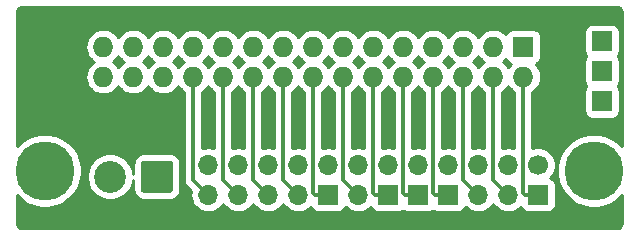
<source format=gtl>
G04 #@! TF.GenerationSoftware,KiCad,Pcbnew,(5.1.4-0-10_14)*
G04 #@! TF.CreationDate,2019-10-04T00:01:10+03:00*
G04 #@! TF.ProjectId,RibbonCable_MB_BreakdownBoard_pt,52696262-6f6e-4436-9162-6c655f4d425f,rev?*
G04 #@! TF.SameCoordinates,Original*
G04 #@! TF.FileFunction,Copper,L1,Top*
G04 #@! TF.FilePolarity,Positive*
%FSLAX46Y46*%
G04 Gerber Fmt 4.6, Leading zero omitted, Abs format (unit mm)*
G04 Created by KiCad (PCBNEW (5.1.4-0-10_14)) date 2019-10-04 00:01:10*
%MOMM*%
%LPD*%
G04 APERTURE LIST*
%ADD10R,1.700000X1.700000*%
%ADD11C,5.000000*%
%ADD12C,2.700000*%
%ADD13C,0.150000*%
%ADD14O,1.700000X1.700000*%
%ADD15C,1.700000*%
%ADD16O,1.727200X1.727200*%
%ADD17R,1.727200X1.727200*%
%ADD18C,0.300000*%
%ADD19C,0.254000*%
G04 APERTURE END LIST*
D10*
X160682330Y-78613693D03*
X160682330Y-76073693D03*
X160682330Y-73533693D03*
D11*
X113500000Y-84500000D03*
X160000000Y-84500000D03*
D12*
X119040000Y-85000000D03*
D13*
G36*
X124124503Y-83651204D02*
G01*
X124148772Y-83654804D01*
X124172570Y-83660765D01*
X124195670Y-83669030D01*
X124217849Y-83679520D01*
X124238892Y-83692133D01*
X124258598Y-83706748D01*
X124276776Y-83723224D01*
X124293252Y-83741402D01*
X124307867Y-83761108D01*
X124320480Y-83782151D01*
X124330970Y-83804330D01*
X124339235Y-83827430D01*
X124345196Y-83851228D01*
X124348796Y-83875497D01*
X124350000Y-83900001D01*
X124350000Y-86099999D01*
X124348796Y-86124503D01*
X124345196Y-86148772D01*
X124339235Y-86172570D01*
X124330970Y-86195670D01*
X124320480Y-86217849D01*
X124307867Y-86238892D01*
X124293252Y-86258598D01*
X124276776Y-86276776D01*
X124258598Y-86293252D01*
X124238892Y-86307867D01*
X124217849Y-86320480D01*
X124195670Y-86330970D01*
X124172570Y-86339235D01*
X124148772Y-86345196D01*
X124124503Y-86348796D01*
X124099999Y-86350000D01*
X121900001Y-86350000D01*
X121875497Y-86348796D01*
X121851228Y-86345196D01*
X121827430Y-86339235D01*
X121804330Y-86330970D01*
X121782151Y-86320480D01*
X121761108Y-86307867D01*
X121741402Y-86293252D01*
X121723224Y-86276776D01*
X121706748Y-86258598D01*
X121692133Y-86238892D01*
X121679520Y-86217849D01*
X121669030Y-86195670D01*
X121660765Y-86172570D01*
X121654804Y-86148772D01*
X121651204Y-86124503D01*
X121650000Y-86099999D01*
X121650000Y-83900001D01*
X121651204Y-83875497D01*
X121654804Y-83851228D01*
X121660765Y-83827430D01*
X121669030Y-83804330D01*
X121679520Y-83782151D01*
X121692133Y-83761108D01*
X121706748Y-83741402D01*
X121723224Y-83723224D01*
X121741402Y-83706748D01*
X121761108Y-83692133D01*
X121782151Y-83679520D01*
X121804330Y-83669030D01*
X121827430Y-83660765D01*
X121851228Y-83654804D01*
X121875497Y-83651204D01*
X121900001Y-83650000D01*
X124099999Y-83650000D01*
X124124503Y-83651204D01*
X124124503Y-83651204D01*
G37*
D12*
X123000000Y-85000000D03*
D14*
X127330000Y-86540000D03*
X127330000Y-84000000D03*
X129870000Y-86540000D03*
X129870000Y-84000000D03*
X132410000Y-86540000D03*
X132410000Y-84000000D03*
X134950000Y-86540000D03*
X134950000Y-84000000D03*
D10*
X137490000Y-86540000D03*
D14*
X137490000Y-84000000D03*
X140030000Y-86540000D03*
X140030000Y-84000000D03*
D10*
X142570000Y-86540000D03*
D14*
X142570000Y-84000000D03*
D10*
X145110000Y-86540000D03*
D14*
X145110000Y-84000000D03*
D10*
X147650000Y-86540000D03*
D14*
X147650000Y-84000000D03*
X150190000Y-86540000D03*
X150190000Y-84000000D03*
X152730000Y-86540000D03*
X152730000Y-84000000D03*
D10*
X155270000Y-86540000D03*
D15*
X155270000Y-84000000D03*
D16*
X118440000Y-76540000D03*
X118440000Y-74000000D03*
X120980000Y-76540000D03*
X120980000Y-74000000D03*
X123520000Y-76540000D03*
X123520000Y-74000000D03*
X126060000Y-76540000D03*
X126060000Y-74000000D03*
X128600000Y-76540000D03*
X128600000Y-74000000D03*
X131140000Y-76540000D03*
X131140000Y-74000000D03*
X133680000Y-76540000D03*
X133680000Y-74000000D03*
X136220000Y-76540000D03*
X136220000Y-74000000D03*
X138760000Y-76540000D03*
X138760000Y-74000000D03*
X141300000Y-76540000D03*
X141300000Y-74000000D03*
X143840000Y-76540000D03*
X143840000Y-74000000D03*
X146380000Y-76540000D03*
X146380000Y-74000000D03*
X148920000Y-76540000D03*
X148920000Y-74000000D03*
X151460000Y-76540000D03*
X151460000Y-74000000D03*
X154000000Y-76540000D03*
D17*
X154000000Y-74000000D03*
D18*
X126060000Y-85270000D02*
X127330000Y-86540000D01*
X126060000Y-76540000D02*
X126060000Y-85270000D01*
X128600000Y-85270000D02*
X129870000Y-86540000D01*
X128600000Y-76540000D02*
X128600000Y-85270000D01*
X131140000Y-85270000D02*
X132410000Y-86540000D01*
X131140000Y-76540000D02*
X131140000Y-85270000D01*
X133680000Y-85270000D02*
X134950000Y-86540000D01*
X133680000Y-76540000D02*
X133680000Y-85270000D01*
X136340000Y-86540000D02*
X137490000Y-86540000D01*
X136220000Y-86420000D02*
X136340000Y-86540000D01*
X136220000Y-76540000D02*
X136220000Y-86420000D01*
X138760000Y-85270000D02*
X140030000Y-86540000D01*
X138760000Y-76540000D02*
X138760000Y-85270000D01*
X143960000Y-86540000D02*
X145110000Y-86540000D01*
X143840000Y-86420000D02*
X143960000Y-86540000D01*
X143840000Y-76540000D02*
X143840000Y-86420000D01*
X146500000Y-86540000D02*
X147650000Y-86540000D01*
X146380000Y-86420000D02*
X146500000Y-86540000D01*
X146380000Y-76540000D02*
X146380000Y-86420000D01*
X148920000Y-85270000D02*
X150190000Y-86540000D01*
X148920000Y-76540000D02*
X148920000Y-85270000D01*
X151460000Y-85270000D02*
X152730000Y-86540000D01*
X151460000Y-76540000D02*
X151460000Y-85270000D01*
X154120000Y-86540000D02*
X155270000Y-86540000D01*
X154000000Y-86420000D02*
X154120000Y-86540000D01*
X154000000Y-76540000D02*
X154000000Y-86420000D01*
X141420000Y-86540000D02*
X142570000Y-86540000D01*
X141300000Y-86420000D02*
X141420000Y-86540000D01*
X141300000Y-76540000D02*
X141300000Y-86420000D01*
D19*
G36*
X162065424Y-70669580D02*
G01*
X162128356Y-70688580D01*
X162186405Y-70719445D01*
X162237343Y-70760989D01*
X162279248Y-70811644D01*
X162310515Y-70869471D01*
X162329956Y-70932272D01*
X162340000Y-71027835D01*
X162340001Y-82406441D01*
X161998446Y-82064886D01*
X161484979Y-81721799D01*
X160914446Y-81485476D01*
X160308771Y-81365000D01*
X159691229Y-81365000D01*
X159085554Y-81485476D01*
X158515021Y-81721799D01*
X158001554Y-82064886D01*
X157564886Y-82501554D01*
X157221799Y-83015021D01*
X156985476Y-83585554D01*
X156865000Y-84191229D01*
X156865000Y-84808771D01*
X156985476Y-85414446D01*
X157221799Y-85984979D01*
X157564886Y-86498446D01*
X158001554Y-86935114D01*
X158515021Y-87278201D01*
X159085554Y-87514524D01*
X159691229Y-87635000D01*
X160308771Y-87635000D01*
X160914446Y-87514524D01*
X161484979Y-87278201D01*
X161998446Y-86935114D01*
X162340001Y-86593559D01*
X162340001Y-88967711D01*
X162330420Y-89065424D01*
X162311420Y-89128357D01*
X162280554Y-89186406D01*
X162239011Y-89237343D01*
X162188356Y-89279248D01*
X162130529Y-89310515D01*
X162067728Y-89329956D01*
X161972165Y-89340000D01*
X111532279Y-89340000D01*
X111434576Y-89330420D01*
X111371643Y-89311420D01*
X111313594Y-89280554D01*
X111262657Y-89239011D01*
X111220752Y-89188356D01*
X111189485Y-89130529D01*
X111170044Y-89067728D01*
X111160000Y-88972165D01*
X111160000Y-86593560D01*
X111501554Y-86935114D01*
X112015021Y-87278201D01*
X112585554Y-87514524D01*
X113191229Y-87635000D01*
X113808771Y-87635000D01*
X114414446Y-87514524D01*
X114984979Y-87278201D01*
X115498446Y-86935114D01*
X115935114Y-86498446D01*
X116278201Y-85984979D01*
X116514524Y-85414446D01*
X116635000Y-84808771D01*
X116635000Y-84804495D01*
X117055000Y-84804495D01*
X117055000Y-85195505D01*
X117131282Y-85579003D01*
X117280915Y-85940250D01*
X117498149Y-86265364D01*
X117774636Y-86541851D01*
X118099750Y-86759085D01*
X118460997Y-86908718D01*
X118844495Y-86985000D01*
X119235505Y-86985000D01*
X119619003Y-86908718D01*
X119980250Y-86759085D01*
X120305364Y-86541851D01*
X120581851Y-86265364D01*
X120799085Y-85940250D01*
X120948718Y-85579003D01*
X121011928Y-85261223D01*
X121011928Y-86099999D01*
X121028992Y-86273253D01*
X121079529Y-86439850D01*
X121161595Y-86593386D01*
X121272039Y-86727961D01*
X121406614Y-86838405D01*
X121560150Y-86920471D01*
X121726747Y-86971008D01*
X121900001Y-86988072D01*
X124099999Y-86988072D01*
X124273253Y-86971008D01*
X124439850Y-86920471D01*
X124593386Y-86838405D01*
X124727961Y-86727961D01*
X124838405Y-86593386D01*
X124920471Y-86439850D01*
X124971008Y-86273253D01*
X124988072Y-86099999D01*
X124988072Y-83900001D01*
X124971008Y-83726747D01*
X124920471Y-83560150D01*
X124838405Y-83406614D01*
X124727961Y-83272039D01*
X124593386Y-83161595D01*
X124439850Y-83079529D01*
X124273253Y-83028992D01*
X124099999Y-83011928D01*
X121900001Y-83011928D01*
X121726747Y-83028992D01*
X121560150Y-83079529D01*
X121406614Y-83161595D01*
X121272039Y-83272039D01*
X121161595Y-83406614D01*
X121079529Y-83560150D01*
X121028992Y-83726747D01*
X121011928Y-83900001D01*
X121011928Y-84738777D01*
X120948718Y-84420997D01*
X120799085Y-84059750D01*
X120581851Y-83734636D01*
X120305364Y-83458149D01*
X119980250Y-83240915D01*
X119619003Y-83091282D01*
X119235505Y-83015000D01*
X118844495Y-83015000D01*
X118460997Y-83091282D01*
X118099750Y-83240915D01*
X117774636Y-83458149D01*
X117498149Y-83734636D01*
X117280915Y-84059750D01*
X117131282Y-84420997D01*
X117055000Y-84804495D01*
X116635000Y-84804495D01*
X116635000Y-84191229D01*
X116514524Y-83585554D01*
X116278201Y-83015021D01*
X115935114Y-82501554D01*
X115498446Y-82064886D01*
X114984979Y-81721799D01*
X114414446Y-81485476D01*
X113808771Y-81365000D01*
X113191229Y-81365000D01*
X112585554Y-81485476D01*
X112015021Y-81721799D01*
X111501554Y-82064886D01*
X111160000Y-82406440D01*
X111160000Y-74000000D01*
X116934149Y-74000000D01*
X116963084Y-74293777D01*
X117048775Y-74576264D01*
X117187931Y-74836606D01*
X117375203Y-75064797D01*
X117603394Y-75252069D01*
X117636940Y-75270000D01*
X117603394Y-75287931D01*
X117375203Y-75475203D01*
X117187931Y-75703394D01*
X117048775Y-75963736D01*
X116963084Y-76246223D01*
X116934149Y-76540000D01*
X116963084Y-76833777D01*
X117048775Y-77116264D01*
X117187931Y-77376606D01*
X117375203Y-77604797D01*
X117603394Y-77792069D01*
X117863736Y-77931225D01*
X118146223Y-78016916D01*
X118366381Y-78038600D01*
X118513619Y-78038600D01*
X118733777Y-78016916D01*
X119016264Y-77931225D01*
X119276606Y-77792069D01*
X119504797Y-77604797D01*
X119692069Y-77376606D01*
X119710000Y-77343060D01*
X119727931Y-77376606D01*
X119915203Y-77604797D01*
X120143394Y-77792069D01*
X120403736Y-77931225D01*
X120686223Y-78016916D01*
X120906381Y-78038600D01*
X121053619Y-78038600D01*
X121273777Y-78016916D01*
X121556264Y-77931225D01*
X121816606Y-77792069D01*
X122044797Y-77604797D01*
X122232069Y-77376606D01*
X122250000Y-77343060D01*
X122267931Y-77376606D01*
X122455203Y-77604797D01*
X122683394Y-77792069D01*
X122943736Y-77931225D01*
X123226223Y-78016916D01*
X123446381Y-78038600D01*
X123593619Y-78038600D01*
X123813777Y-78016916D01*
X124096264Y-77931225D01*
X124356606Y-77792069D01*
X124584797Y-77604797D01*
X124772069Y-77376606D01*
X124790000Y-77343060D01*
X124807931Y-77376606D01*
X124995203Y-77604797D01*
X125223394Y-77792069D01*
X125275000Y-77819653D01*
X125275001Y-85231437D01*
X125271203Y-85270000D01*
X125286359Y-85423886D01*
X125331246Y-85571859D01*
X125331247Y-85571860D01*
X125404139Y-85708233D01*
X125442520Y-85755000D01*
X125477655Y-85797812D01*
X125477659Y-85797816D01*
X125502237Y-85827764D01*
X125532185Y-85852342D01*
X125880974Y-86201131D01*
X125866487Y-86248889D01*
X125837815Y-86540000D01*
X125866487Y-86831111D01*
X125951401Y-87111034D01*
X126089294Y-87369014D01*
X126274866Y-87595134D01*
X126500986Y-87780706D01*
X126758966Y-87918599D01*
X127038889Y-88003513D01*
X127257050Y-88025000D01*
X127402950Y-88025000D01*
X127621111Y-88003513D01*
X127901034Y-87918599D01*
X128159014Y-87780706D01*
X128385134Y-87595134D01*
X128570706Y-87369014D01*
X128600000Y-87314209D01*
X128629294Y-87369014D01*
X128814866Y-87595134D01*
X129040986Y-87780706D01*
X129298966Y-87918599D01*
X129578889Y-88003513D01*
X129797050Y-88025000D01*
X129942950Y-88025000D01*
X130161111Y-88003513D01*
X130441034Y-87918599D01*
X130699014Y-87780706D01*
X130925134Y-87595134D01*
X131110706Y-87369014D01*
X131140000Y-87314209D01*
X131169294Y-87369014D01*
X131354866Y-87595134D01*
X131580986Y-87780706D01*
X131838966Y-87918599D01*
X132118889Y-88003513D01*
X132337050Y-88025000D01*
X132482950Y-88025000D01*
X132701111Y-88003513D01*
X132981034Y-87918599D01*
X133239014Y-87780706D01*
X133465134Y-87595134D01*
X133650706Y-87369014D01*
X133680000Y-87314209D01*
X133709294Y-87369014D01*
X133894866Y-87595134D01*
X134120986Y-87780706D01*
X134378966Y-87918599D01*
X134658889Y-88003513D01*
X134877050Y-88025000D01*
X135022950Y-88025000D01*
X135241111Y-88003513D01*
X135521034Y-87918599D01*
X135779014Y-87780706D01*
X136005134Y-87595134D01*
X136029607Y-87565313D01*
X136050498Y-87634180D01*
X136109463Y-87744494D01*
X136188815Y-87841185D01*
X136285506Y-87920537D01*
X136395820Y-87979502D01*
X136515518Y-88015812D01*
X136640000Y-88028072D01*
X138340000Y-88028072D01*
X138464482Y-88015812D01*
X138584180Y-87979502D01*
X138694494Y-87920537D01*
X138791185Y-87841185D01*
X138870537Y-87744494D01*
X138929502Y-87634180D01*
X138950393Y-87565313D01*
X138974866Y-87595134D01*
X139200986Y-87780706D01*
X139458966Y-87918599D01*
X139738889Y-88003513D01*
X139957050Y-88025000D01*
X140102950Y-88025000D01*
X140321111Y-88003513D01*
X140601034Y-87918599D01*
X140859014Y-87780706D01*
X141085134Y-87595134D01*
X141109607Y-87565313D01*
X141130498Y-87634180D01*
X141189463Y-87744494D01*
X141268815Y-87841185D01*
X141365506Y-87920537D01*
X141475820Y-87979502D01*
X141595518Y-88015812D01*
X141720000Y-88028072D01*
X143420000Y-88028072D01*
X143544482Y-88015812D01*
X143664180Y-87979502D01*
X143774494Y-87920537D01*
X143840000Y-87866778D01*
X143905506Y-87920537D01*
X144015820Y-87979502D01*
X144135518Y-88015812D01*
X144260000Y-88028072D01*
X145960000Y-88028072D01*
X146084482Y-88015812D01*
X146204180Y-87979502D01*
X146314494Y-87920537D01*
X146380000Y-87866778D01*
X146445506Y-87920537D01*
X146555820Y-87979502D01*
X146675518Y-88015812D01*
X146800000Y-88028072D01*
X148500000Y-88028072D01*
X148624482Y-88015812D01*
X148744180Y-87979502D01*
X148854494Y-87920537D01*
X148951185Y-87841185D01*
X149030537Y-87744494D01*
X149089502Y-87634180D01*
X149110393Y-87565313D01*
X149134866Y-87595134D01*
X149360986Y-87780706D01*
X149618966Y-87918599D01*
X149898889Y-88003513D01*
X150117050Y-88025000D01*
X150262950Y-88025000D01*
X150481111Y-88003513D01*
X150761034Y-87918599D01*
X151019014Y-87780706D01*
X151245134Y-87595134D01*
X151430706Y-87369014D01*
X151460000Y-87314209D01*
X151489294Y-87369014D01*
X151674866Y-87595134D01*
X151900986Y-87780706D01*
X152158966Y-87918599D01*
X152438889Y-88003513D01*
X152657050Y-88025000D01*
X152802950Y-88025000D01*
X153021111Y-88003513D01*
X153301034Y-87918599D01*
X153559014Y-87780706D01*
X153785134Y-87595134D01*
X153809607Y-87565313D01*
X153830498Y-87634180D01*
X153889463Y-87744494D01*
X153968815Y-87841185D01*
X154065506Y-87920537D01*
X154175820Y-87979502D01*
X154295518Y-88015812D01*
X154420000Y-88028072D01*
X156120000Y-88028072D01*
X156244482Y-88015812D01*
X156364180Y-87979502D01*
X156474494Y-87920537D01*
X156571185Y-87841185D01*
X156650537Y-87744494D01*
X156709502Y-87634180D01*
X156745812Y-87514482D01*
X156758072Y-87390000D01*
X156758072Y-85690000D01*
X156745812Y-85565518D01*
X156709502Y-85445820D01*
X156650537Y-85335506D01*
X156571185Y-85238815D01*
X156474494Y-85159463D01*
X156364180Y-85100498D01*
X156291620Y-85078487D01*
X156423475Y-84946632D01*
X156585990Y-84703411D01*
X156697932Y-84433158D01*
X156755000Y-84146260D01*
X156755000Y-83853740D01*
X156697932Y-83566842D01*
X156585990Y-83296589D01*
X156423475Y-83053368D01*
X156216632Y-82846525D01*
X155973411Y-82684010D01*
X155703158Y-82572068D01*
X155416260Y-82515000D01*
X155123740Y-82515000D01*
X154836842Y-82572068D01*
X154785000Y-82593542D01*
X154785000Y-77819653D01*
X154836606Y-77792069D01*
X155064797Y-77604797D01*
X155252069Y-77376606D01*
X155391225Y-77116264D01*
X155476916Y-76833777D01*
X155505851Y-76540000D01*
X155476916Y-76246223D01*
X155391225Y-75963736D01*
X155252069Y-75703394D01*
X155064797Y-75475203D01*
X155056735Y-75468586D01*
X155107780Y-75453102D01*
X155218094Y-75394137D01*
X155314785Y-75314785D01*
X155394137Y-75218094D01*
X155453102Y-75107780D01*
X155489412Y-74988082D01*
X155501672Y-74863600D01*
X155501672Y-73136400D01*
X155489412Y-73011918D01*
X155453102Y-72892220D01*
X155394137Y-72781906D01*
X155314785Y-72685215D01*
X155312931Y-72683693D01*
X159194258Y-72683693D01*
X159194258Y-74383693D01*
X159206518Y-74508175D01*
X159242828Y-74627873D01*
X159301793Y-74738187D01*
X159355552Y-74803693D01*
X159301793Y-74869199D01*
X159242828Y-74979513D01*
X159206518Y-75099211D01*
X159194258Y-75223693D01*
X159194258Y-76923693D01*
X159206518Y-77048175D01*
X159242828Y-77167873D01*
X159301793Y-77278187D01*
X159355552Y-77343693D01*
X159301793Y-77409199D01*
X159242828Y-77519513D01*
X159206518Y-77639211D01*
X159194258Y-77763693D01*
X159194258Y-79463693D01*
X159206518Y-79588175D01*
X159242828Y-79707873D01*
X159301793Y-79818187D01*
X159381145Y-79914878D01*
X159477836Y-79994230D01*
X159588150Y-80053195D01*
X159707848Y-80089505D01*
X159832330Y-80101765D01*
X161532330Y-80101765D01*
X161656812Y-80089505D01*
X161776510Y-80053195D01*
X161886824Y-79994230D01*
X161983515Y-79914878D01*
X162062867Y-79818187D01*
X162121832Y-79707873D01*
X162158142Y-79588175D01*
X162170402Y-79463693D01*
X162170402Y-77763693D01*
X162158142Y-77639211D01*
X162121832Y-77519513D01*
X162062867Y-77409199D01*
X162009108Y-77343693D01*
X162062867Y-77278187D01*
X162121832Y-77167873D01*
X162158142Y-77048175D01*
X162170402Y-76923693D01*
X162170402Y-75223693D01*
X162158142Y-75099211D01*
X162121832Y-74979513D01*
X162062867Y-74869199D01*
X162009108Y-74803693D01*
X162062867Y-74738187D01*
X162121832Y-74627873D01*
X162158142Y-74508175D01*
X162170402Y-74383693D01*
X162170402Y-72683693D01*
X162158142Y-72559211D01*
X162121832Y-72439513D01*
X162062867Y-72329199D01*
X161983515Y-72232508D01*
X161886824Y-72153156D01*
X161776510Y-72094191D01*
X161656812Y-72057881D01*
X161532330Y-72045621D01*
X159832330Y-72045621D01*
X159707848Y-72057881D01*
X159588150Y-72094191D01*
X159477836Y-72153156D01*
X159381145Y-72232508D01*
X159301793Y-72329199D01*
X159242828Y-72439513D01*
X159206518Y-72559211D01*
X159194258Y-72683693D01*
X155312931Y-72683693D01*
X155218094Y-72605863D01*
X155107780Y-72546898D01*
X154988082Y-72510588D01*
X154863600Y-72498328D01*
X153136400Y-72498328D01*
X153011918Y-72510588D01*
X152892220Y-72546898D01*
X152781906Y-72605863D01*
X152685215Y-72685215D01*
X152605863Y-72781906D01*
X152546898Y-72892220D01*
X152531414Y-72943265D01*
X152524797Y-72935203D01*
X152296606Y-72747931D01*
X152036264Y-72608775D01*
X151753777Y-72523084D01*
X151533619Y-72501400D01*
X151386381Y-72501400D01*
X151166223Y-72523084D01*
X150883736Y-72608775D01*
X150623394Y-72747931D01*
X150395203Y-72935203D01*
X150207931Y-73163394D01*
X150190000Y-73196940D01*
X150172069Y-73163394D01*
X149984797Y-72935203D01*
X149756606Y-72747931D01*
X149496264Y-72608775D01*
X149213777Y-72523084D01*
X148993619Y-72501400D01*
X148846381Y-72501400D01*
X148626223Y-72523084D01*
X148343736Y-72608775D01*
X148083394Y-72747931D01*
X147855203Y-72935203D01*
X147667931Y-73163394D01*
X147650000Y-73196940D01*
X147632069Y-73163394D01*
X147444797Y-72935203D01*
X147216606Y-72747931D01*
X146956264Y-72608775D01*
X146673777Y-72523084D01*
X146453619Y-72501400D01*
X146306381Y-72501400D01*
X146086223Y-72523084D01*
X145803736Y-72608775D01*
X145543394Y-72747931D01*
X145315203Y-72935203D01*
X145127931Y-73163394D01*
X145110000Y-73196940D01*
X145092069Y-73163394D01*
X144904797Y-72935203D01*
X144676606Y-72747931D01*
X144416264Y-72608775D01*
X144133777Y-72523084D01*
X143913619Y-72501400D01*
X143766381Y-72501400D01*
X143546223Y-72523084D01*
X143263736Y-72608775D01*
X143003394Y-72747931D01*
X142775203Y-72935203D01*
X142587931Y-73163394D01*
X142570000Y-73196940D01*
X142552069Y-73163394D01*
X142364797Y-72935203D01*
X142136606Y-72747931D01*
X141876264Y-72608775D01*
X141593777Y-72523084D01*
X141373619Y-72501400D01*
X141226381Y-72501400D01*
X141006223Y-72523084D01*
X140723736Y-72608775D01*
X140463394Y-72747931D01*
X140235203Y-72935203D01*
X140047931Y-73163394D01*
X140030000Y-73196940D01*
X140012069Y-73163394D01*
X139824797Y-72935203D01*
X139596606Y-72747931D01*
X139336264Y-72608775D01*
X139053777Y-72523084D01*
X138833619Y-72501400D01*
X138686381Y-72501400D01*
X138466223Y-72523084D01*
X138183736Y-72608775D01*
X137923394Y-72747931D01*
X137695203Y-72935203D01*
X137507931Y-73163394D01*
X137490000Y-73196940D01*
X137472069Y-73163394D01*
X137284797Y-72935203D01*
X137056606Y-72747931D01*
X136796264Y-72608775D01*
X136513777Y-72523084D01*
X136293619Y-72501400D01*
X136146381Y-72501400D01*
X135926223Y-72523084D01*
X135643736Y-72608775D01*
X135383394Y-72747931D01*
X135155203Y-72935203D01*
X134967931Y-73163394D01*
X134950000Y-73196940D01*
X134932069Y-73163394D01*
X134744797Y-72935203D01*
X134516606Y-72747931D01*
X134256264Y-72608775D01*
X133973777Y-72523084D01*
X133753619Y-72501400D01*
X133606381Y-72501400D01*
X133386223Y-72523084D01*
X133103736Y-72608775D01*
X132843394Y-72747931D01*
X132615203Y-72935203D01*
X132427931Y-73163394D01*
X132410000Y-73196940D01*
X132392069Y-73163394D01*
X132204797Y-72935203D01*
X131976606Y-72747931D01*
X131716264Y-72608775D01*
X131433777Y-72523084D01*
X131213619Y-72501400D01*
X131066381Y-72501400D01*
X130846223Y-72523084D01*
X130563736Y-72608775D01*
X130303394Y-72747931D01*
X130075203Y-72935203D01*
X129887931Y-73163394D01*
X129870000Y-73196940D01*
X129852069Y-73163394D01*
X129664797Y-72935203D01*
X129436606Y-72747931D01*
X129176264Y-72608775D01*
X128893777Y-72523084D01*
X128673619Y-72501400D01*
X128526381Y-72501400D01*
X128306223Y-72523084D01*
X128023736Y-72608775D01*
X127763394Y-72747931D01*
X127535203Y-72935203D01*
X127347931Y-73163394D01*
X127330000Y-73196940D01*
X127312069Y-73163394D01*
X127124797Y-72935203D01*
X126896606Y-72747931D01*
X126636264Y-72608775D01*
X126353777Y-72523084D01*
X126133619Y-72501400D01*
X125986381Y-72501400D01*
X125766223Y-72523084D01*
X125483736Y-72608775D01*
X125223394Y-72747931D01*
X124995203Y-72935203D01*
X124807931Y-73163394D01*
X124790000Y-73196940D01*
X124772069Y-73163394D01*
X124584797Y-72935203D01*
X124356606Y-72747931D01*
X124096264Y-72608775D01*
X123813777Y-72523084D01*
X123593619Y-72501400D01*
X123446381Y-72501400D01*
X123226223Y-72523084D01*
X122943736Y-72608775D01*
X122683394Y-72747931D01*
X122455203Y-72935203D01*
X122267931Y-73163394D01*
X122250000Y-73196940D01*
X122232069Y-73163394D01*
X122044797Y-72935203D01*
X121816606Y-72747931D01*
X121556264Y-72608775D01*
X121273777Y-72523084D01*
X121053619Y-72501400D01*
X120906381Y-72501400D01*
X120686223Y-72523084D01*
X120403736Y-72608775D01*
X120143394Y-72747931D01*
X119915203Y-72935203D01*
X119727931Y-73163394D01*
X119710000Y-73196940D01*
X119692069Y-73163394D01*
X119504797Y-72935203D01*
X119276606Y-72747931D01*
X119016264Y-72608775D01*
X118733777Y-72523084D01*
X118513619Y-72501400D01*
X118366381Y-72501400D01*
X118146223Y-72523084D01*
X117863736Y-72608775D01*
X117603394Y-72747931D01*
X117375203Y-72935203D01*
X117187931Y-73163394D01*
X117048775Y-73423736D01*
X116963084Y-73706223D01*
X116934149Y-74000000D01*
X111160000Y-74000000D01*
X111160000Y-71032279D01*
X111169580Y-70934576D01*
X111188580Y-70871644D01*
X111219445Y-70813595D01*
X111260989Y-70762657D01*
X111311644Y-70720752D01*
X111369471Y-70689485D01*
X111432272Y-70670044D01*
X111527835Y-70660000D01*
X161967721Y-70660000D01*
X162065424Y-70669580D01*
X162065424Y-70669580D01*
G37*
X162065424Y-70669580D02*
X162128356Y-70688580D01*
X162186405Y-70719445D01*
X162237343Y-70760989D01*
X162279248Y-70811644D01*
X162310515Y-70869471D01*
X162329956Y-70932272D01*
X162340000Y-71027835D01*
X162340001Y-82406441D01*
X161998446Y-82064886D01*
X161484979Y-81721799D01*
X160914446Y-81485476D01*
X160308771Y-81365000D01*
X159691229Y-81365000D01*
X159085554Y-81485476D01*
X158515021Y-81721799D01*
X158001554Y-82064886D01*
X157564886Y-82501554D01*
X157221799Y-83015021D01*
X156985476Y-83585554D01*
X156865000Y-84191229D01*
X156865000Y-84808771D01*
X156985476Y-85414446D01*
X157221799Y-85984979D01*
X157564886Y-86498446D01*
X158001554Y-86935114D01*
X158515021Y-87278201D01*
X159085554Y-87514524D01*
X159691229Y-87635000D01*
X160308771Y-87635000D01*
X160914446Y-87514524D01*
X161484979Y-87278201D01*
X161998446Y-86935114D01*
X162340001Y-86593559D01*
X162340001Y-88967711D01*
X162330420Y-89065424D01*
X162311420Y-89128357D01*
X162280554Y-89186406D01*
X162239011Y-89237343D01*
X162188356Y-89279248D01*
X162130529Y-89310515D01*
X162067728Y-89329956D01*
X161972165Y-89340000D01*
X111532279Y-89340000D01*
X111434576Y-89330420D01*
X111371643Y-89311420D01*
X111313594Y-89280554D01*
X111262657Y-89239011D01*
X111220752Y-89188356D01*
X111189485Y-89130529D01*
X111170044Y-89067728D01*
X111160000Y-88972165D01*
X111160000Y-86593560D01*
X111501554Y-86935114D01*
X112015021Y-87278201D01*
X112585554Y-87514524D01*
X113191229Y-87635000D01*
X113808771Y-87635000D01*
X114414446Y-87514524D01*
X114984979Y-87278201D01*
X115498446Y-86935114D01*
X115935114Y-86498446D01*
X116278201Y-85984979D01*
X116514524Y-85414446D01*
X116635000Y-84808771D01*
X116635000Y-84804495D01*
X117055000Y-84804495D01*
X117055000Y-85195505D01*
X117131282Y-85579003D01*
X117280915Y-85940250D01*
X117498149Y-86265364D01*
X117774636Y-86541851D01*
X118099750Y-86759085D01*
X118460997Y-86908718D01*
X118844495Y-86985000D01*
X119235505Y-86985000D01*
X119619003Y-86908718D01*
X119980250Y-86759085D01*
X120305364Y-86541851D01*
X120581851Y-86265364D01*
X120799085Y-85940250D01*
X120948718Y-85579003D01*
X121011928Y-85261223D01*
X121011928Y-86099999D01*
X121028992Y-86273253D01*
X121079529Y-86439850D01*
X121161595Y-86593386D01*
X121272039Y-86727961D01*
X121406614Y-86838405D01*
X121560150Y-86920471D01*
X121726747Y-86971008D01*
X121900001Y-86988072D01*
X124099999Y-86988072D01*
X124273253Y-86971008D01*
X124439850Y-86920471D01*
X124593386Y-86838405D01*
X124727961Y-86727961D01*
X124838405Y-86593386D01*
X124920471Y-86439850D01*
X124971008Y-86273253D01*
X124988072Y-86099999D01*
X124988072Y-83900001D01*
X124971008Y-83726747D01*
X124920471Y-83560150D01*
X124838405Y-83406614D01*
X124727961Y-83272039D01*
X124593386Y-83161595D01*
X124439850Y-83079529D01*
X124273253Y-83028992D01*
X124099999Y-83011928D01*
X121900001Y-83011928D01*
X121726747Y-83028992D01*
X121560150Y-83079529D01*
X121406614Y-83161595D01*
X121272039Y-83272039D01*
X121161595Y-83406614D01*
X121079529Y-83560150D01*
X121028992Y-83726747D01*
X121011928Y-83900001D01*
X121011928Y-84738777D01*
X120948718Y-84420997D01*
X120799085Y-84059750D01*
X120581851Y-83734636D01*
X120305364Y-83458149D01*
X119980250Y-83240915D01*
X119619003Y-83091282D01*
X119235505Y-83015000D01*
X118844495Y-83015000D01*
X118460997Y-83091282D01*
X118099750Y-83240915D01*
X117774636Y-83458149D01*
X117498149Y-83734636D01*
X117280915Y-84059750D01*
X117131282Y-84420997D01*
X117055000Y-84804495D01*
X116635000Y-84804495D01*
X116635000Y-84191229D01*
X116514524Y-83585554D01*
X116278201Y-83015021D01*
X115935114Y-82501554D01*
X115498446Y-82064886D01*
X114984979Y-81721799D01*
X114414446Y-81485476D01*
X113808771Y-81365000D01*
X113191229Y-81365000D01*
X112585554Y-81485476D01*
X112015021Y-81721799D01*
X111501554Y-82064886D01*
X111160000Y-82406440D01*
X111160000Y-74000000D01*
X116934149Y-74000000D01*
X116963084Y-74293777D01*
X117048775Y-74576264D01*
X117187931Y-74836606D01*
X117375203Y-75064797D01*
X117603394Y-75252069D01*
X117636940Y-75270000D01*
X117603394Y-75287931D01*
X117375203Y-75475203D01*
X117187931Y-75703394D01*
X117048775Y-75963736D01*
X116963084Y-76246223D01*
X116934149Y-76540000D01*
X116963084Y-76833777D01*
X117048775Y-77116264D01*
X117187931Y-77376606D01*
X117375203Y-77604797D01*
X117603394Y-77792069D01*
X117863736Y-77931225D01*
X118146223Y-78016916D01*
X118366381Y-78038600D01*
X118513619Y-78038600D01*
X118733777Y-78016916D01*
X119016264Y-77931225D01*
X119276606Y-77792069D01*
X119504797Y-77604797D01*
X119692069Y-77376606D01*
X119710000Y-77343060D01*
X119727931Y-77376606D01*
X119915203Y-77604797D01*
X120143394Y-77792069D01*
X120403736Y-77931225D01*
X120686223Y-78016916D01*
X120906381Y-78038600D01*
X121053619Y-78038600D01*
X121273777Y-78016916D01*
X121556264Y-77931225D01*
X121816606Y-77792069D01*
X122044797Y-77604797D01*
X122232069Y-77376606D01*
X122250000Y-77343060D01*
X122267931Y-77376606D01*
X122455203Y-77604797D01*
X122683394Y-77792069D01*
X122943736Y-77931225D01*
X123226223Y-78016916D01*
X123446381Y-78038600D01*
X123593619Y-78038600D01*
X123813777Y-78016916D01*
X124096264Y-77931225D01*
X124356606Y-77792069D01*
X124584797Y-77604797D01*
X124772069Y-77376606D01*
X124790000Y-77343060D01*
X124807931Y-77376606D01*
X124995203Y-77604797D01*
X125223394Y-77792069D01*
X125275000Y-77819653D01*
X125275001Y-85231437D01*
X125271203Y-85270000D01*
X125286359Y-85423886D01*
X125331246Y-85571859D01*
X125331247Y-85571860D01*
X125404139Y-85708233D01*
X125442520Y-85755000D01*
X125477655Y-85797812D01*
X125477659Y-85797816D01*
X125502237Y-85827764D01*
X125532185Y-85852342D01*
X125880974Y-86201131D01*
X125866487Y-86248889D01*
X125837815Y-86540000D01*
X125866487Y-86831111D01*
X125951401Y-87111034D01*
X126089294Y-87369014D01*
X126274866Y-87595134D01*
X126500986Y-87780706D01*
X126758966Y-87918599D01*
X127038889Y-88003513D01*
X127257050Y-88025000D01*
X127402950Y-88025000D01*
X127621111Y-88003513D01*
X127901034Y-87918599D01*
X128159014Y-87780706D01*
X128385134Y-87595134D01*
X128570706Y-87369014D01*
X128600000Y-87314209D01*
X128629294Y-87369014D01*
X128814866Y-87595134D01*
X129040986Y-87780706D01*
X129298966Y-87918599D01*
X129578889Y-88003513D01*
X129797050Y-88025000D01*
X129942950Y-88025000D01*
X130161111Y-88003513D01*
X130441034Y-87918599D01*
X130699014Y-87780706D01*
X130925134Y-87595134D01*
X131110706Y-87369014D01*
X131140000Y-87314209D01*
X131169294Y-87369014D01*
X131354866Y-87595134D01*
X131580986Y-87780706D01*
X131838966Y-87918599D01*
X132118889Y-88003513D01*
X132337050Y-88025000D01*
X132482950Y-88025000D01*
X132701111Y-88003513D01*
X132981034Y-87918599D01*
X133239014Y-87780706D01*
X133465134Y-87595134D01*
X133650706Y-87369014D01*
X133680000Y-87314209D01*
X133709294Y-87369014D01*
X133894866Y-87595134D01*
X134120986Y-87780706D01*
X134378966Y-87918599D01*
X134658889Y-88003513D01*
X134877050Y-88025000D01*
X135022950Y-88025000D01*
X135241111Y-88003513D01*
X135521034Y-87918599D01*
X135779014Y-87780706D01*
X136005134Y-87595134D01*
X136029607Y-87565313D01*
X136050498Y-87634180D01*
X136109463Y-87744494D01*
X136188815Y-87841185D01*
X136285506Y-87920537D01*
X136395820Y-87979502D01*
X136515518Y-88015812D01*
X136640000Y-88028072D01*
X138340000Y-88028072D01*
X138464482Y-88015812D01*
X138584180Y-87979502D01*
X138694494Y-87920537D01*
X138791185Y-87841185D01*
X138870537Y-87744494D01*
X138929502Y-87634180D01*
X138950393Y-87565313D01*
X138974866Y-87595134D01*
X139200986Y-87780706D01*
X139458966Y-87918599D01*
X139738889Y-88003513D01*
X139957050Y-88025000D01*
X140102950Y-88025000D01*
X140321111Y-88003513D01*
X140601034Y-87918599D01*
X140859014Y-87780706D01*
X141085134Y-87595134D01*
X141109607Y-87565313D01*
X141130498Y-87634180D01*
X141189463Y-87744494D01*
X141268815Y-87841185D01*
X141365506Y-87920537D01*
X141475820Y-87979502D01*
X141595518Y-88015812D01*
X141720000Y-88028072D01*
X143420000Y-88028072D01*
X143544482Y-88015812D01*
X143664180Y-87979502D01*
X143774494Y-87920537D01*
X143840000Y-87866778D01*
X143905506Y-87920537D01*
X144015820Y-87979502D01*
X144135518Y-88015812D01*
X144260000Y-88028072D01*
X145960000Y-88028072D01*
X146084482Y-88015812D01*
X146204180Y-87979502D01*
X146314494Y-87920537D01*
X146380000Y-87866778D01*
X146445506Y-87920537D01*
X146555820Y-87979502D01*
X146675518Y-88015812D01*
X146800000Y-88028072D01*
X148500000Y-88028072D01*
X148624482Y-88015812D01*
X148744180Y-87979502D01*
X148854494Y-87920537D01*
X148951185Y-87841185D01*
X149030537Y-87744494D01*
X149089502Y-87634180D01*
X149110393Y-87565313D01*
X149134866Y-87595134D01*
X149360986Y-87780706D01*
X149618966Y-87918599D01*
X149898889Y-88003513D01*
X150117050Y-88025000D01*
X150262950Y-88025000D01*
X150481111Y-88003513D01*
X150761034Y-87918599D01*
X151019014Y-87780706D01*
X151245134Y-87595134D01*
X151430706Y-87369014D01*
X151460000Y-87314209D01*
X151489294Y-87369014D01*
X151674866Y-87595134D01*
X151900986Y-87780706D01*
X152158966Y-87918599D01*
X152438889Y-88003513D01*
X152657050Y-88025000D01*
X152802950Y-88025000D01*
X153021111Y-88003513D01*
X153301034Y-87918599D01*
X153559014Y-87780706D01*
X153785134Y-87595134D01*
X153809607Y-87565313D01*
X153830498Y-87634180D01*
X153889463Y-87744494D01*
X153968815Y-87841185D01*
X154065506Y-87920537D01*
X154175820Y-87979502D01*
X154295518Y-88015812D01*
X154420000Y-88028072D01*
X156120000Y-88028072D01*
X156244482Y-88015812D01*
X156364180Y-87979502D01*
X156474494Y-87920537D01*
X156571185Y-87841185D01*
X156650537Y-87744494D01*
X156709502Y-87634180D01*
X156745812Y-87514482D01*
X156758072Y-87390000D01*
X156758072Y-85690000D01*
X156745812Y-85565518D01*
X156709502Y-85445820D01*
X156650537Y-85335506D01*
X156571185Y-85238815D01*
X156474494Y-85159463D01*
X156364180Y-85100498D01*
X156291620Y-85078487D01*
X156423475Y-84946632D01*
X156585990Y-84703411D01*
X156697932Y-84433158D01*
X156755000Y-84146260D01*
X156755000Y-83853740D01*
X156697932Y-83566842D01*
X156585990Y-83296589D01*
X156423475Y-83053368D01*
X156216632Y-82846525D01*
X155973411Y-82684010D01*
X155703158Y-82572068D01*
X155416260Y-82515000D01*
X155123740Y-82515000D01*
X154836842Y-82572068D01*
X154785000Y-82593542D01*
X154785000Y-77819653D01*
X154836606Y-77792069D01*
X155064797Y-77604797D01*
X155252069Y-77376606D01*
X155391225Y-77116264D01*
X155476916Y-76833777D01*
X155505851Y-76540000D01*
X155476916Y-76246223D01*
X155391225Y-75963736D01*
X155252069Y-75703394D01*
X155064797Y-75475203D01*
X155056735Y-75468586D01*
X155107780Y-75453102D01*
X155218094Y-75394137D01*
X155314785Y-75314785D01*
X155394137Y-75218094D01*
X155453102Y-75107780D01*
X155489412Y-74988082D01*
X155501672Y-74863600D01*
X155501672Y-73136400D01*
X155489412Y-73011918D01*
X155453102Y-72892220D01*
X155394137Y-72781906D01*
X155314785Y-72685215D01*
X155312931Y-72683693D01*
X159194258Y-72683693D01*
X159194258Y-74383693D01*
X159206518Y-74508175D01*
X159242828Y-74627873D01*
X159301793Y-74738187D01*
X159355552Y-74803693D01*
X159301793Y-74869199D01*
X159242828Y-74979513D01*
X159206518Y-75099211D01*
X159194258Y-75223693D01*
X159194258Y-76923693D01*
X159206518Y-77048175D01*
X159242828Y-77167873D01*
X159301793Y-77278187D01*
X159355552Y-77343693D01*
X159301793Y-77409199D01*
X159242828Y-77519513D01*
X159206518Y-77639211D01*
X159194258Y-77763693D01*
X159194258Y-79463693D01*
X159206518Y-79588175D01*
X159242828Y-79707873D01*
X159301793Y-79818187D01*
X159381145Y-79914878D01*
X159477836Y-79994230D01*
X159588150Y-80053195D01*
X159707848Y-80089505D01*
X159832330Y-80101765D01*
X161532330Y-80101765D01*
X161656812Y-80089505D01*
X161776510Y-80053195D01*
X161886824Y-79994230D01*
X161983515Y-79914878D01*
X162062867Y-79818187D01*
X162121832Y-79707873D01*
X162158142Y-79588175D01*
X162170402Y-79463693D01*
X162170402Y-77763693D01*
X162158142Y-77639211D01*
X162121832Y-77519513D01*
X162062867Y-77409199D01*
X162009108Y-77343693D01*
X162062867Y-77278187D01*
X162121832Y-77167873D01*
X162158142Y-77048175D01*
X162170402Y-76923693D01*
X162170402Y-75223693D01*
X162158142Y-75099211D01*
X162121832Y-74979513D01*
X162062867Y-74869199D01*
X162009108Y-74803693D01*
X162062867Y-74738187D01*
X162121832Y-74627873D01*
X162158142Y-74508175D01*
X162170402Y-74383693D01*
X162170402Y-72683693D01*
X162158142Y-72559211D01*
X162121832Y-72439513D01*
X162062867Y-72329199D01*
X161983515Y-72232508D01*
X161886824Y-72153156D01*
X161776510Y-72094191D01*
X161656812Y-72057881D01*
X161532330Y-72045621D01*
X159832330Y-72045621D01*
X159707848Y-72057881D01*
X159588150Y-72094191D01*
X159477836Y-72153156D01*
X159381145Y-72232508D01*
X159301793Y-72329199D01*
X159242828Y-72439513D01*
X159206518Y-72559211D01*
X159194258Y-72683693D01*
X155312931Y-72683693D01*
X155218094Y-72605863D01*
X155107780Y-72546898D01*
X154988082Y-72510588D01*
X154863600Y-72498328D01*
X153136400Y-72498328D01*
X153011918Y-72510588D01*
X152892220Y-72546898D01*
X152781906Y-72605863D01*
X152685215Y-72685215D01*
X152605863Y-72781906D01*
X152546898Y-72892220D01*
X152531414Y-72943265D01*
X152524797Y-72935203D01*
X152296606Y-72747931D01*
X152036264Y-72608775D01*
X151753777Y-72523084D01*
X151533619Y-72501400D01*
X151386381Y-72501400D01*
X151166223Y-72523084D01*
X150883736Y-72608775D01*
X150623394Y-72747931D01*
X150395203Y-72935203D01*
X150207931Y-73163394D01*
X150190000Y-73196940D01*
X150172069Y-73163394D01*
X149984797Y-72935203D01*
X149756606Y-72747931D01*
X149496264Y-72608775D01*
X149213777Y-72523084D01*
X148993619Y-72501400D01*
X148846381Y-72501400D01*
X148626223Y-72523084D01*
X148343736Y-72608775D01*
X148083394Y-72747931D01*
X147855203Y-72935203D01*
X147667931Y-73163394D01*
X147650000Y-73196940D01*
X147632069Y-73163394D01*
X147444797Y-72935203D01*
X147216606Y-72747931D01*
X146956264Y-72608775D01*
X146673777Y-72523084D01*
X146453619Y-72501400D01*
X146306381Y-72501400D01*
X146086223Y-72523084D01*
X145803736Y-72608775D01*
X145543394Y-72747931D01*
X145315203Y-72935203D01*
X145127931Y-73163394D01*
X145110000Y-73196940D01*
X145092069Y-73163394D01*
X144904797Y-72935203D01*
X144676606Y-72747931D01*
X144416264Y-72608775D01*
X144133777Y-72523084D01*
X143913619Y-72501400D01*
X143766381Y-72501400D01*
X143546223Y-72523084D01*
X143263736Y-72608775D01*
X143003394Y-72747931D01*
X142775203Y-72935203D01*
X142587931Y-73163394D01*
X142570000Y-73196940D01*
X142552069Y-73163394D01*
X142364797Y-72935203D01*
X142136606Y-72747931D01*
X141876264Y-72608775D01*
X141593777Y-72523084D01*
X141373619Y-72501400D01*
X141226381Y-72501400D01*
X141006223Y-72523084D01*
X140723736Y-72608775D01*
X140463394Y-72747931D01*
X140235203Y-72935203D01*
X140047931Y-73163394D01*
X140030000Y-73196940D01*
X140012069Y-73163394D01*
X139824797Y-72935203D01*
X139596606Y-72747931D01*
X139336264Y-72608775D01*
X139053777Y-72523084D01*
X138833619Y-72501400D01*
X138686381Y-72501400D01*
X138466223Y-72523084D01*
X138183736Y-72608775D01*
X137923394Y-72747931D01*
X137695203Y-72935203D01*
X137507931Y-73163394D01*
X137490000Y-73196940D01*
X137472069Y-73163394D01*
X137284797Y-72935203D01*
X137056606Y-72747931D01*
X136796264Y-72608775D01*
X136513777Y-72523084D01*
X136293619Y-72501400D01*
X136146381Y-72501400D01*
X135926223Y-72523084D01*
X135643736Y-72608775D01*
X135383394Y-72747931D01*
X135155203Y-72935203D01*
X134967931Y-73163394D01*
X134950000Y-73196940D01*
X134932069Y-73163394D01*
X134744797Y-72935203D01*
X134516606Y-72747931D01*
X134256264Y-72608775D01*
X133973777Y-72523084D01*
X133753619Y-72501400D01*
X133606381Y-72501400D01*
X133386223Y-72523084D01*
X133103736Y-72608775D01*
X132843394Y-72747931D01*
X132615203Y-72935203D01*
X132427931Y-73163394D01*
X132410000Y-73196940D01*
X132392069Y-73163394D01*
X132204797Y-72935203D01*
X131976606Y-72747931D01*
X131716264Y-72608775D01*
X131433777Y-72523084D01*
X131213619Y-72501400D01*
X131066381Y-72501400D01*
X130846223Y-72523084D01*
X130563736Y-72608775D01*
X130303394Y-72747931D01*
X130075203Y-72935203D01*
X129887931Y-73163394D01*
X129870000Y-73196940D01*
X129852069Y-73163394D01*
X129664797Y-72935203D01*
X129436606Y-72747931D01*
X129176264Y-72608775D01*
X128893777Y-72523084D01*
X128673619Y-72501400D01*
X128526381Y-72501400D01*
X128306223Y-72523084D01*
X128023736Y-72608775D01*
X127763394Y-72747931D01*
X127535203Y-72935203D01*
X127347931Y-73163394D01*
X127330000Y-73196940D01*
X127312069Y-73163394D01*
X127124797Y-72935203D01*
X126896606Y-72747931D01*
X126636264Y-72608775D01*
X126353777Y-72523084D01*
X126133619Y-72501400D01*
X125986381Y-72501400D01*
X125766223Y-72523084D01*
X125483736Y-72608775D01*
X125223394Y-72747931D01*
X124995203Y-72935203D01*
X124807931Y-73163394D01*
X124790000Y-73196940D01*
X124772069Y-73163394D01*
X124584797Y-72935203D01*
X124356606Y-72747931D01*
X124096264Y-72608775D01*
X123813777Y-72523084D01*
X123593619Y-72501400D01*
X123446381Y-72501400D01*
X123226223Y-72523084D01*
X122943736Y-72608775D01*
X122683394Y-72747931D01*
X122455203Y-72935203D01*
X122267931Y-73163394D01*
X122250000Y-73196940D01*
X122232069Y-73163394D01*
X122044797Y-72935203D01*
X121816606Y-72747931D01*
X121556264Y-72608775D01*
X121273777Y-72523084D01*
X121053619Y-72501400D01*
X120906381Y-72501400D01*
X120686223Y-72523084D01*
X120403736Y-72608775D01*
X120143394Y-72747931D01*
X119915203Y-72935203D01*
X119727931Y-73163394D01*
X119710000Y-73196940D01*
X119692069Y-73163394D01*
X119504797Y-72935203D01*
X119276606Y-72747931D01*
X119016264Y-72608775D01*
X118733777Y-72523084D01*
X118513619Y-72501400D01*
X118366381Y-72501400D01*
X118146223Y-72523084D01*
X117863736Y-72608775D01*
X117603394Y-72747931D01*
X117375203Y-72935203D01*
X117187931Y-73163394D01*
X117048775Y-73423736D01*
X116963084Y-73706223D01*
X116934149Y-74000000D01*
X111160000Y-74000000D01*
X111160000Y-71032279D01*
X111169580Y-70934576D01*
X111188580Y-70871644D01*
X111219445Y-70813595D01*
X111260989Y-70762657D01*
X111311644Y-70720752D01*
X111369471Y-70689485D01*
X111432272Y-70670044D01*
X111527835Y-70660000D01*
X161967721Y-70660000D01*
X162065424Y-70669580D01*
G36*
X129887931Y-77376606D02*
G01*
X130075203Y-77604797D01*
X130303394Y-77792069D01*
X130355000Y-77819653D01*
X130355001Y-82595303D01*
X130161111Y-82536487D01*
X129942950Y-82515000D01*
X129797050Y-82515000D01*
X129578889Y-82536487D01*
X129385000Y-82595303D01*
X129385000Y-77819653D01*
X129436606Y-77792069D01*
X129664797Y-77604797D01*
X129852069Y-77376606D01*
X129870000Y-77343060D01*
X129887931Y-77376606D01*
X129887931Y-77376606D01*
G37*
X129887931Y-77376606D02*
X130075203Y-77604797D01*
X130303394Y-77792069D01*
X130355000Y-77819653D01*
X130355001Y-82595303D01*
X130161111Y-82536487D01*
X129942950Y-82515000D01*
X129797050Y-82515000D01*
X129578889Y-82536487D01*
X129385000Y-82595303D01*
X129385000Y-77819653D01*
X129436606Y-77792069D01*
X129664797Y-77604797D01*
X129852069Y-77376606D01*
X129870000Y-77343060D01*
X129887931Y-77376606D01*
G36*
X150207931Y-77376606D02*
G01*
X150395203Y-77604797D01*
X150623394Y-77792069D01*
X150675000Y-77819653D01*
X150675001Y-82595303D01*
X150481111Y-82536487D01*
X150262950Y-82515000D01*
X150117050Y-82515000D01*
X149898889Y-82536487D01*
X149705000Y-82595303D01*
X149705000Y-77819653D01*
X149756606Y-77792069D01*
X149984797Y-77604797D01*
X150172069Y-77376606D01*
X150190000Y-77343060D01*
X150207931Y-77376606D01*
X150207931Y-77376606D01*
G37*
X150207931Y-77376606D02*
X150395203Y-77604797D01*
X150623394Y-77792069D01*
X150675000Y-77819653D01*
X150675001Y-82595303D01*
X150481111Y-82536487D01*
X150262950Y-82515000D01*
X150117050Y-82515000D01*
X149898889Y-82536487D01*
X149705000Y-82595303D01*
X149705000Y-77819653D01*
X149756606Y-77792069D01*
X149984797Y-77604797D01*
X150172069Y-77376606D01*
X150190000Y-77343060D01*
X150207931Y-77376606D01*
G36*
X152747931Y-77376606D02*
G01*
X152935203Y-77604797D01*
X153163394Y-77792069D01*
X153215000Y-77819653D01*
X153215001Y-82595303D01*
X153021111Y-82536487D01*
X152802950Y-82515000D01*
X152657050Y-82515000D01*
X152438889Y-82536487D01*
X152245000Y-82595303D01*
X152245000Y-77819653D01*
X152296606Y-77792069D01*
X152524797Y-77604797D01*
X152712069Y-77376606D01*
X152730000Y-77343060D01*
X152747931Y-77376606D01*
X152747931Y-77376606D01*
G37*
X152747931Y-77376606D02*
X152935203Y-77604797D01*
X153163394Y-77792069D01*
X153215000Y-77819653D01*
X153215001Y-82595303D01*
X153021111Y-82536487D01*
X152802950Y-82515000D01*
X152657050Y-82515000D01*
X152438889Y-82536487D01*
X152245000Y-82595303D01*
X152245000Y-77819653D01*
X152296606Y-77792069D01*
X152524797Y-77604797D01*
X152712069Y-77376606D01*
X152730000Y-77343060D01*
X152747931Y-77376606D01*
G36*
X147667931Y-77376606D02*
G01*
X147855203Y-77604797D01*
X148083394Y-77792069D01*
X148135000Y-77819653D01*
X148135001Y-82595303D01*
X147941111Y-82536487D01*
X147722950Y-82515000D01*
X147577050Y-82515000D01*
X147358889Y-82536487D01*
X147165000Y-82595303D01*
X147165000Y-77819653D01*
X147216606Y-77792069D01*
X147444797Y-77604797D01*
X147632069Y-77376606D01*
X147650000Y-77343060D01*
X147667931Y-77376606D01*
X147667931Y-77376606D01*
G37*
X147667931Y-77376606D02*
X147855203Y-77604797D01*
X148083394Y-77792069D01*
X148135000Y-77819653D01*
X148135001Y-82595303D01*
X147941111Y-82536487D01*
X147722950Y-82515000D01*
X147577050Y-82515000D01*
X147358889Y-82536487D01*
X147165000Y-82595303D01*
X147165000Y-77819653D01*
X147216606Y-77792069D01*
X147444797Y-77604797D01*
X147632069Y-77376606D01*
X147650000Y-77343060D01*
X147667931Y-77376606D01*
G36*
X145127931Y-77376606D02*
G01*
X145315203Y-77604797D01*
X145543394Y-77792069D01*
X145595000Y-77819653D01*
X145595001Y-82595303D01*
X145401111Y-82536487D01*
X145182950Y-82515000D01*
X145037050Y-82515000D01*
X144818889Y-82536487D01*
X144625000Y-82595303D01*
X144625000Y-77819653D01*
X144676606Y-77792069D01*
X144904797Y-77604797D01*
X145092069Y-77376606D01*
X145110000Y-77343060D01*
X145127931Y-77376606D01*
X145127931Y-77376606D01*
G37*
X145127931Y-77376606D02*
X145315203Y-77604797D01*
X145543394Y-77792069D01*
X145595000Y-77819653D01*
X145595001Y-82595303D01*
X145401111Y-82536487D01*
X145182950Y-82515000D01*
X145037050Y-82515000D01*
X144818889Y-82536487D01*
X144625000Y-82595303D01*
X144625000Y-77819653D01*
X144676606Y-77792069D01*
X144904797Y-77604797D01*
X145092069Y-77376606D01*
X145110000Y-77343060D01*
X145127931Y-77376606D01*
G36*
X142587931Y-77376606D02*
G01*
X142775203Y-77604797D01*
X143003394Y-77792069D01*
X143055000Y-77819653D01*
X143055001Y-82595303D01*
X142861111Y-82536487D01*
X142642950Y-82515000D01*
X142497050Y-82515000D01*
X142278889Y-82536487D01*
X142085000Y-82595303D01*
X142085000Y-77819653D01*
X142136606Y-77792069D01*
X142364797Y-77604797D01*
X142552069Y-77376606D01*
X142570000Y-77343060D01*
X142587931Y-77376606D01*
X142587931Y-77376606D01*
G37*
X142587931Y-77376606D02*
X142775203Y-77604797D01*
X143003394Y-77792069D01*
X143055000Y-77819653D01*
X143055001Y-82595303D01*
X142861111Y-82536487D01*
X142642950Y-82515000D01*
X142497050Y-82515000D01*
X142278889Y-82536487D01*
X142085000Y-82595303D01*
X142085000Y-77819653D01*
X142136606Y-77792069D01*
X142364797Y-77604797D01*
X142552069Y-77376606D01*
X142570000Y-77343060D01*
X142587931Y-77376606D01*
G36*
X137507931Y-77376606D02*
G01*
X137695203Y-77604797D01*
X137923394Y-77792069D01*
X137975000Y-77819653D01*
X137975001Y-82595303D01*
X137781111Y-82536487D01*
X137562950Y-82515000D01*
X137417050Y-82515000D01*
X137198889Y-82536487D01*
X137005000Y-82595303D01*
X137005000Y-77819653D01*
X137056606Y-77792069D01*
X137284797Y-77604797D01*
X137472069Y-77376606D01*
X137490000Y-77343060D01*
X137507931Y-77376606D01*
X137507931Y-77376606D01*
G37*
X137507931Y-77376606D02*
X137695203Y-77604797D01*
X137923394Y-77792069D01*
X137975000Y-77819653D01*
X137975001Y-82595303D01*
X137781111Y-82536487D01*
X137562950Y-82515000D01*
X137417050Y-82515000D01*
X137198889Y-82536487D01*
X137005000Y-82595303D01*
X137005000Y-77819653D01*
X137056606Y-77792069D01*
X137284797Y-77604797D01*
X137472069Y-77376606D01*
X137490000Y-77343060D01*
X137507931Y-77376606D01*
G36*
X134967931Y-77376606D02*
G01*
X135155203Y-77604797D01*
X135383394Y-77792069D01*
X135435000Y-77819653D01*
X135435001Y-82595303D01*
X135241111Y-82536487D01*
X135022950Y-82515000D01*
X134877050Y-82515000D01*
X134658889Y-82536487D01*
X134465000Y-82595303D01*
X134465000Y-77819653D01*
X134516606Y-77792069D01*
X134744797Y-77604797D01*
X134932069Y-77376606D01*
X134950000Y-77343060D01*
X134967931Y-77376606D01*
X134967931Y-77376606D01*
G37*
X134967931Y-77376606D02*
X135155203Y-77604797D01*
X135383394Y-77792069D01*
X135435000Y-77819653D01*
X135435001Y-82595303D01*
X135241111Y-82536487D01*
X135022950Y-82515000D01*
X134877050Y-82515000D01*
X134658889Y-82536487D01*
X134465000Y-82595303D01*
X134465000Y-77819653D01*
X134516606Y-77792069D01*
X134744797Y-77604797D01*
X134932069Y-77376606D01*
X134950000Y-77343060D01*
X134967931Y-77376606D01*
G36*
X140047931Y-77376606D02*
G01*
X140235203Y-77604797D01*
X140463394Y-77792069D01*
X140515000Y-77819653D01*
X140515001Y-82595303D01*
X140321111Y-82536487D01*
X140102950Y-82515000D01*
X139957050Y-82515000D01*
X139738889Y-82536487D01*
X139545000Y-82595303D01*
X139545000Y-77819653D01*
X139596606Y-77792069D01*
X139824797Y-77604797D01*
X140012069Y-77376606D01*
X140030000Y-77343060D01*
X140047931Y-77376606D01*
X140047931Y-77376606D01*
G37*
X140047931Y-77376606D02*
X140235203Y-77604797D01*
X140463394Y-77792069D01*
X140515000Y-77819653D01*
X140515001Y-82595303D01*
X140321111Y-82536487D01*
X140102950Y-82515000D01*
X139957050Y-82515000D01*
X139738889Y-82536487D01*
X139545000Y-82595303D01*
X139545000Y-77819653D01*
X139596606Y-77792069D01*
X139824797Y-77604797D01*
X140012069Y-77376606D01*
X140030000Y-77343060D01*
X140047931Y-77376606D01*
G36*
X127347931Y-77376606D02*
G01*
X127535203Y-77604797D01*
X127763394Y-77792069D01*
X127815000Y-77819653D01*
X127815001Y-82595303D01*
X127621111Y-82536487D01*
X127402950Y-82515000D01*
X127257050Y-82515000D01*
X127038889Y-82536487D01*
X126845000Y-82595303D01*
X126845000Y-77819653D01*
X126896606Y-77792069D01*
X127124797Y-77604797D01*
X127312069Y-77376606D01*
X127330000Y-77343060D01*
X127347931Y-77376606D01*
X127347931Y-77376606D01*
G37*
X127347931Y-77376606D02*
X127535203Y-77604797D01*
X127763394Y-77792069D01*
X127815000Y-77819653D01*
X127815001Y-82595303D01*
X127621111Y-82536487D01*
X127402950Y-82515000D01*
X127257050Y-82515000D01*
X127038889Y-82536487D01*
X126845000Y-82595303D01*
X126845000Y-77819653D01*
X126896606Y-77792069D01*
X127124797Y-77604797D01*
X127312069Y-77376606D01*
X127330000Y-77343060D01*
X127347931Y-77376606D01*
G36*
X132427931Y-77376606D02*
G01*
X132615203Y-77604797D01*
X132843394Y-77792069D01*
X132895000Y-77819653D01*
X132895001Y-82595303D01*
X132701111Y-82536487D01*
X132482950Y-82515000D01*
X132337050Y-82515000D01*
X132118889Y-82536487D01*
X131925000Y-82595303D01*
X131925000Y-77819653D01*
X131976606Y-77792069D01*
X132204797Y-77604797D01*
X132392069Y-77376606D01*
X132410000Y-77343060D01*
X132427931Y-77376606D01*
X132427931Y-77376606D01*
G37*
X132427931Y-77376606D02*
X132615203Y-77604797D01*
X132843394Y-77792069D01*
X132895000Y-77819653D01*
X132895001Y-82595303D01*
X132701111Y-82536487D01*
X132482950Y-82515000D01*
X132337050Y-82515000D01*
X132118889Y-82536487D01*
X131925000Y-82595303D01*
X131925000Y-77819653D01*
X131976606Y-77792069D01*
X132204797Y-77604797D01*
X132392069Y-77376606D01*
X132410000Y-77343060D01*
X132427931Y-77376606D01*
G36*
X152546898Y-75107780D02*
G01*
X152605863Y-75218094D01*
X152685215Y-75314785D01*
X152781906Y-75394137D01*
X152892220Y-75453102D01*
X152943265Y-75468586D01*
X152935203Y-75475203D01*
X152747931Y-75703394D01*
X152730000Y-75736940D01*
X152712069Y-75703394D01*
X152524797Y-75475203D01*
X152296606Y-75287931D01*
X152263060Y-75270000D01*
X152296606Y-75252069D01*
X152524797Y-75064797D01*
X152531414Y-75056735D01*
X152546898Y-75107780D01*
X152546898Y-75107780D01*
G37*
X152546898Y-75107780D02*
X152605863Y-75218094D01*
X152685215Y-75314785D01*
X152781906Y-75394137D01*
X152892220Y-75453102D01*
X152943265Y-75468586D01*
X152935203Y-75475203D01*
X152747931Y-75703394D01*
X152730000Y-75736940D01*
X152712069Y-75703394D01*
X152524797Y-75475203D01*
X152296606Y-75287931D01*
X152263060Y-75270000D01*
X152296606Y-75252069D01*
X152524797Y-75064797D01*
X152531414Y-75056735D01*
X152546898Y-75107780D01*
G36*
X150207931Y-74836606D02*
G01*
X150395203Y-75064797D01*
X150623394Y-75252069D01*
X150656940Y-75270000D01*
X150623394Y-75287931D01*
X150395203Y-75475203D01*
X150207931Y-75703394D01*
X150190000Y-75736940D01*
X150172069Y-75703394D01*
X149984797Y-75475203D01*
X149756606Y-75287931D01*
X149723060Y-75270000D01*
X149756606Y-75252069D01*
X149984797Y-75064797D01*
X150172069Y-74836606D01*
X150190000Y-74803060D01*
X150207931Y-74836606D01*
X150207931Y-74836606D01*
G37*
X150207931Y-74836606D02*
X150395203Y-75064797D01*
X150623394Y-75252069D01*
X150656940Y-75270000D01*
X150623394Y-75287931D01*
X150395203Y-75475203D01*
X150207931Y-75703394D01*
X150190000Y-75736940D01*
X150172069Y-75703394D01*
X149984797Y-75475203D01*
X149756606Y-75287931D01*
X149723060Y-75270000D01*
X149756606Y-75252069D01*
X149984797Y-75064797D01*
X150172069Y-74836606D01*
X150190000Y-74803060D01*
X150207931Y-74836606D01*
G36*
X147667931Y-74836606D02*
G01*
X147855203Y-75064797D01*
X148083394Y-75252069D01*
X148116940Y-75270000D01*
X148083394Y-75287931D01*
X147855203Y-75475203D01*
X147667931Y-75703394D01*
X147650000Y-75736940D01*
X147632069Y-75703394D01*
X147444797Y-75475203D01*
X147216606Y-75287931D01*
X147183060Y-75270000D01*
X147216606Y-75252069D01*
X147444797Y-75064797D01*
X147632069Y-74836606D01*
X147650000Y-74803060D01*
X147667931Y-74836606D01*
X147667931Y-74836606D01*
G37*
X147667931Y-74836606D02*
X147855203Y-75064797D01*
X148083394Y-75252069D01*
X148116940Y-75270000D01*
X148083394Y-75287931D01*
X147855203Y-75475203D01*
X147667931Y-75703394D01*
X147650000Y-75736940D01*
X147632069Y-75703394D01*
X147444797Y-75475203D01*
X147216606Y-75287931D01*
X147183060Y-75270000D01*
X147216606Y-75252069D01*
X147444797Y-75064797D01*
X147632069Y-74836606D01*
X147650000Y-74803060D01*
X147667931Y-74836606D01*
G36*
X145127931Y-74836606D02*
G01*
X145315203Y-75064797D01*
X145543394Y-75252069D01*
X145576940Y-75270000D01*
X145543394Y-75287931D01*
X145315203Y-75475203D01*
X145127931Y-75703394D01*
X145110000Y-75736940D01*
X145092069Y-75703394D01*
X144904797Y-75475203D01*
X144676606Y-75287931D01*
X144643060Y-75270000D01*
X144676606Y-75252069D01*
X144904797Y-75064797D01*
X145092069Y-74836606D01*
X145110000Y-74803060D01*
X145127931Y-74836606D01*
X145127931Y-74836606D01*
G37*
X145127931Y-74836606D02*
X145315203Y-75064797D01*
X145543394Y-75252069D01*
X145576940Y-75270000D01*
X145543394Y-75287931D01*
X145315203Y-75475203D01*
X145127931Y-75703394D01*
X145110000Y-75736940D01*
X145092069Y-75703394D01*
X144904797Y-75475203D01*
X144676606Y-75287931D01*
X144643060Y-75270000D01*
X144676606Y-75252069D01*
X144904797Y-75064797D01*
X145092069Y-74836606D01*
X145110000Y-74803060D01*
X145127931Y-74836606D01*
G36*
X142587931Y-74836606D02*
G01*
X142775203Y-75064797D01*
X143003394Y-75252069D01*
X143036940Y-75270000D01*
X143003394Y-75287931D01*
X142775203Y-75475203D01*
X142587931Y-75703394D01*
X142570000Y-75736940D01*
X142552069Y-75703394D01*
X142364797Y-75475203D01*
X142136606Y-75287931D01*
X142103060Y-75270000D01*
X142136606Y-75252069D01*
X142364797Y-75064797D01*
X142552069Y-74836606D01*
X142570000Y-74803060D01*
X142587931Y-74836606D01*
X142587931Y-74836606D01*
G37*
X142587931Y-74836606D02*
X142775203Y-75064797D01*
X143003394Y-75252069D01*
X143036940Y-75270000D01*
X143003394Y-75287931D01*
X142775203Y-75475203D01*
X142587931Y-75703394D01*
X142570000Y-75736940D01*
X142552069Y-75703394D01*
X142364797Y-75475203D01*
X142136606Y-75287931D01*
X142103060Y-75270000D01*
X142136606Y-75252069D01*
X142364797Y-75064797D01*
X142552069Y-74836606D01*
X142570000Y-74803060D01*
X142587931Y-74836606D01*
G36*
X140047931Y-74836606D02*
G01*
X140235203Y-75064797D01*
X140463394Y-75252069D01*
X140496940Y-75270000D01*
X140463394Y-75287931D01*
X140235203Y-75475203D01*
X140047931Y-75703394D01*
X140030000Y-75736940D01*
X140012069Y-75703394D01*
X139824797Y-75475203D01*
X139596606Y-75287931D01*
X139563060Y-75270000D01*
X139596606Y-75252069D01*
X139824797Y-75064797D01*
X140012069Y-74836606D01*
X140030000Y-74803060D01*
X140047931Y-74836606D01*
X140047931Y-74836606D01*
G37*
X140047931Y-74836606D02*
X140235203Y-75064797D01*
X140463394Y-75252069D01*
X140496940Y-75270000D01*
X140463394Y-75287931D01*
X140235203Y-75475203D01*
X140047931Y-75703394D01*
X140030000Y-75736940D01*
X140012069Y-75703394D01*
X139824797Y-75475203D01*
X139596606Y-75287931D01*
X139563060Y-75270000D01*
X139596606Y-75252069D01*
X139824797Y-75064797D01*
X140012069Y-74836606D01*
X140030000Y-74803060D01*
X140047931Y-74836606D01*
G36*
X137507931Y-74836606D02*
G01*
X137695203Y-75064797D01*
X137923394Y-75252069D01*
X137956940Y-75270000D01*
X137923394Y-75287931D01*
X137695203Y-75475203D01*
X137507931Y-75703394D01*
X137490000Y-75736940D01*
X137472069Y-75703394D01*
X137284797Y-75475203D01*
X137056606Y-75287931D01*
X137023060Y-75270000D01*
X137056606Y-75252069D01*
X137284797Y-75064797D01*
X137472069Y-74836606D01*
X137490000Y-74803060D01*
X137507931Y-74836606D01*
X137507931Y-74836606D01*
G37*
X137507931Y-74836606D02*
X137695203Y-75064797D01*
X137923394Y-75252069D01*
X137956940Y-75270000D01*
X137923394Y-75287931D01*
X137695203Y-75475203D01*
X137507931Y-75703394D01*
X137490000Y-75736940D01*
X137472069Y-75703394D01*
X137284797Y-75475203D01*
X137056606Y-75287931D01*
X137023060Y-75270000D01*
X137056606Y-75252069D01*
X137284797Y-75064797D01*
X137472069Y-74836606D01*
X137490000Y-74803060D01*
X137507931Y-74836606D01*
G36*
X134967931Y-74836606D02*
G01*
X135155203Y-75064797D01*
X135383394Y-75252069D01*
X135416940Y-75270000D01*
X135383394Y-75287931D01*
X135155203Y-75475203D01*
X134967931Y-75703394D01*
X134950000Y-75736940D01*
X134932069Y-75703394D01*
X134744797Y-75475203D01*
X134516606Y-75287931D01*
X134483060Y-75270000D01*
X134516606Y-75252069D01*
X134744797Y-75064797D01*
X134932069Y-74836606D01*
X134950000Y-74803060D01*
X134967931Y-74836606D01*
X134967931Y-74836606D01*
G37*
X134967931Y-74836606D02*
X135155203Y-75064797D01*
X135383394Y-75252069D01*
X135416940Y-75270000D01*
X135383394Y-75287931D01*
X135155203Y-75475203D01*
X134967931Y-75703394D01*
X134950000Y-75736940D01*
X134932069Y-75703394D01*
X134744797Y-75475203D01*
X134516606Y-75287931D01*
X134483060Y-75270000D01*
X134516606Y-75252069D01*
X134744797Y-75064797D01*
X134932069Y-74836606D01*
X134950000Y-74803060D01*
X134967931Y-74836606D01*
G36*
X132427931Y-74836606D02*
G01*
X132615203Y-75064797D01*
X132843394Y-75252069D01*
X132876940Y-75270000D01*
X132843394Y-75287931D01*
X132615203Y-75475203D01*
X132427931Y-75703394D01*
X132410000Y-75736940D01*
X132392069Y-75703394D01*
X132204797Y-75475203D01*
X131976606Y-75287931D01*
X131943060Y-75270000D01*
X131976606Y-75252069D01*
X132204797Y-75064797D01*
X132392069Y-74836606D01*
X132410000Y-74803060D01*
X132427931Y-74836606D01*
X132427931Y-74836606D01*
G37*
X132427931Y-74836606D02*
X132615203Y-75064797D01*
X132843394Y-75252069D01*
X132876940Y-75270000D01*
X132843394Y-75287931D01*
X132615203Y-75475203D01*
X132427931Y-75703394D01*
X132410000Y-75736940D01*
X132392069Y-75703394D01*
X132204797Y-75475203D01*
X131976606Y-75287931D01*
X131943060Y-75270000D01*
X131976606Y-75252069D01*
X132204797Y-75064797D01*
X132392069Y-74836606D01*
X132410000Y-74803060D01*
X132427931Y-74836606D01*
G36*
X129887931Y-74836606D02*
G01*
X130075203Y-75064797D01*
X130303394Y-75252069D01*
X130336940Y-75270000D01*
X130303394Y-75287931D01*
X130075203Y-75475203D01*
X129887931Y-75703394D01*
X129870000Y-75736940D01*
X129852069Y-75703394D01*
X129664797Y-75475203D01*
X129436606Y-75287931D01*
X129403060Y-75270000D01*
X129436606Y-75252069D01*
X129664797Y-75064797D01*
X129852069Y-74836606D01*
X129870000Y-74803060D01*
X129887931Y-74836606D01*
X129887931Y-74836606D01*
G37*
X129887931Y-74836606D02*
X130075203Y-75064797D01*
X130303394Y-75252069D01*
X130336940Y-75270000D01*
X130303394Y-75287931D01*
X130075203Y-75475203D01*
X129887931Y-75703394D01*
X129870000Y-75736940D01*
X129852069Y-75703394D01*
X129664797Y-75475203D01*
X129436606Y-75287931D01*
X129403060Y-75270000D01*
X129436606Y-75252069D01*
X129664797Y-75064797D01*
X129852069Y-74836606D01*
X129870000Y-74803060D01*
X129887931Y-74836606D01*
G36*
X127347931Y-74836606D02*
G01*
X127535203Y-75064797D01*
X127763394Y-75252069D01*
X127796940Y-75270000D01*
X127763394Y-75287931D01*
X127535203Y-75475203D01*
X127347931Y-75703394D01*
X127330000Y-75736940D01*
X127312069Y-75703394D01*
X127124797Y-75475203D01*
X126896606Y-75287931D01*
X126863060Y-75270000D01*
X126896606Y-75252069D01*
X127124797Y-75064797D01*
X127312069Y-74836606D01*
X127330000Y-74803060D01*
X127347931Y-74836606D01*
X127347931Y-74836606D01*
G37*
X127347931Y-74836606D02*
X127535203Y-75064797D01*
X127763394Y-75252069D01*
X127796940Y-75270000D01*
X127763394Y-75287931D01*
X127535203Y-75475203D01*
X127347931Y-75703394D01*
X127330000Y-75736940D01*
X127312069Y-75703394D01*
X127124797Y-75475203D01*
X126896606Y-75287931D01*
X126863060Y-75270000D01*
X126896606Y-75252069D01*
X127124797Y-75064797D01*
X127312069Y-74836606D01*
X127330000Y-74803060D01*
X127347931Y-74836606D01*
G36*
X122267931Y-74836606D02*
G01*
X122455203Y-75064797D01*
X122683394Y-75252069D01*
X122716940Y-75270000D01*
X122683394Y-75287931D01*
X122455203Y-75475203D01*
X122267931Y-75703394D01*
X122250000Y-75736940D01*
X122232069Y-75703394D01*
X122044797Y-75475203D01*
X121816606Y-75287931D01*
X121783060Y-75270000D01*
X121816606Y-75252069D01*
X122044797Y-75064797D01*
X122232069Y-74836606D01*
X122250000Y-74803060D01*
X122267931Y-74836606D01*
X122267931Y-74836606D01*
G37*
X122267931Y-74836606D02*
X122455203Y-75064797D01*
X122683394Y-75252069D01*
X122716940Y-75270000D01*
X122683394Y-75287931D01*
X122455203Y-75475203D01*
X122267931Y-75703394D01*
X122250000Y-75736940D01*
X122232069Y-75703394D01*
X122044797Y-75475203D01*
X121816606Y-75287931D01*
X121783060Y-75270000D01*
X121816606Y-75252069D01*
X122044797Y-75064797D01*
X122232069Y-74836606D01*
X122250000Y-74803060D01*
X122267931Y-74836606D01*
G36*
X119727931Y-74836606D02*
G01*
X119915203Y-75064797D01*
X120143394Y-75252069D01*
X120176940Y-75270000D01*
X120143394Y-75287931D01*
X119915203Y-75475203D01*
X119727931Y-75703394D01*
X119710000Y-75736940D01*
X119692069Y-75703394D01*
X119504797Y-75475203D01*
X119276606Y-75287931D01*
X119243060Y-75270000D01*
X119276606Y-75252069D01*
X119504797Y-75064797D01*
X119692069Y-74836606D01*
X119710000Y-74803060D01*
X119727931Y-74836606D01*
X119727931Y-74836606D01*
G37*
X119727931Y-74836606D02*
X119915203Y-75064797D01*
X120143394Y-75252069D01*
X120176940Y-75270000D01*
X120143394Y-75287931D01*
X119915203Y-75475203D01*
X119727931Y-75703394D01*
X119710000Y-75736940D01*
X119692069Y-75703394D01*
X119504797Y-75475203D01*
X119276606Y-75287931D01*
X119243060Y-75270000D01*
X119276606Y-75252069D01*
X119504797Y-75064797D01*
X119692069Y-74836606D01*
X119710000Y-74803060D01*
X119727931Y-74836606D01*
G36*
X124807931Y-74836606D02*
G01*
X124995203Y-75064797D01*
X125223394Y-75252069D01*
X125256940Y-75270000D01*
X125223394Y-75287931D01*
X124995203Y-75475203D01*
X124807931Y-75703394D01*
X124790000Y-75736940D01*
X124772069Y-75703394D01*
X124584797Y-75475203D01*
X124356606Y-75287931D01*
X124323060Y-75270000D01*
X124356606Y-75252069D01*
X124584797Y-75064797D01*
X124772069Y-74836606D01*
X124790000Y-74803060D01*
X124807931Y-74836606D01*
X124807931Y-74836606D01*
G37*
X124807931Y-74836606D02*
X124995203Y-75064797D01*
X125223394Y-75252069D01*
X125256940Y-75270000D01*
X125223394Y-75287931D01*
X124995203Y-75475203D01*
X124807931Y-75703394D01*
X124790000Y-75736940D01*
X124772069Y-75703394D01*
X124584797Y-75475203D01*
X124356606Y-75287931D01*
X124323060Y-75270000D01*
X124356606Y-75252069D01*
X124584797Y-75064797D01*
X124772069Y-74836606D01*
X124790000Y-74803060D01*
X124807931Y-74836606D01*
M02*

</source>
